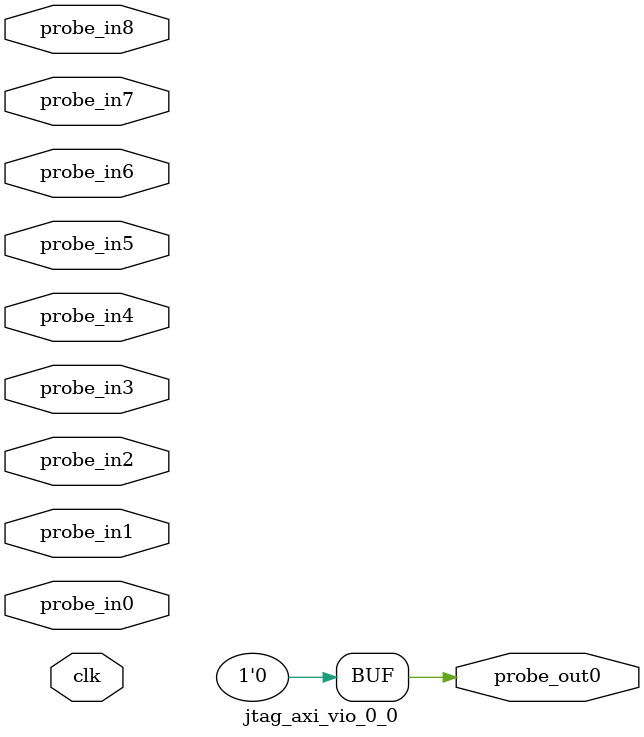
<source format=v>
`timescale 1ns / 1ps
module jtag_axi_vio_0_0 (
clk,
probe_in0,probe_in1,probe_in2,probe_in3,probe_in4,probe_in5,probe_in6,probe_in7,probe_in8,
probe_out0
);

input clk;
input [0 : 0] probe_in0;
input [0 : 0] probe_in1;
input [0 : 0] probe_in2;
input [0 : 0] probe_in3;
input [0 : 0] probe_in4;
input [0 : 0] probe_in5;
input [0 : 0] probe_in6;
input [0 : 0] probe_in7;
input [0 : 0] probe_in8;

output reg [0 : 0] probe_out0 = 'h0 ;


endmodule

</source>
